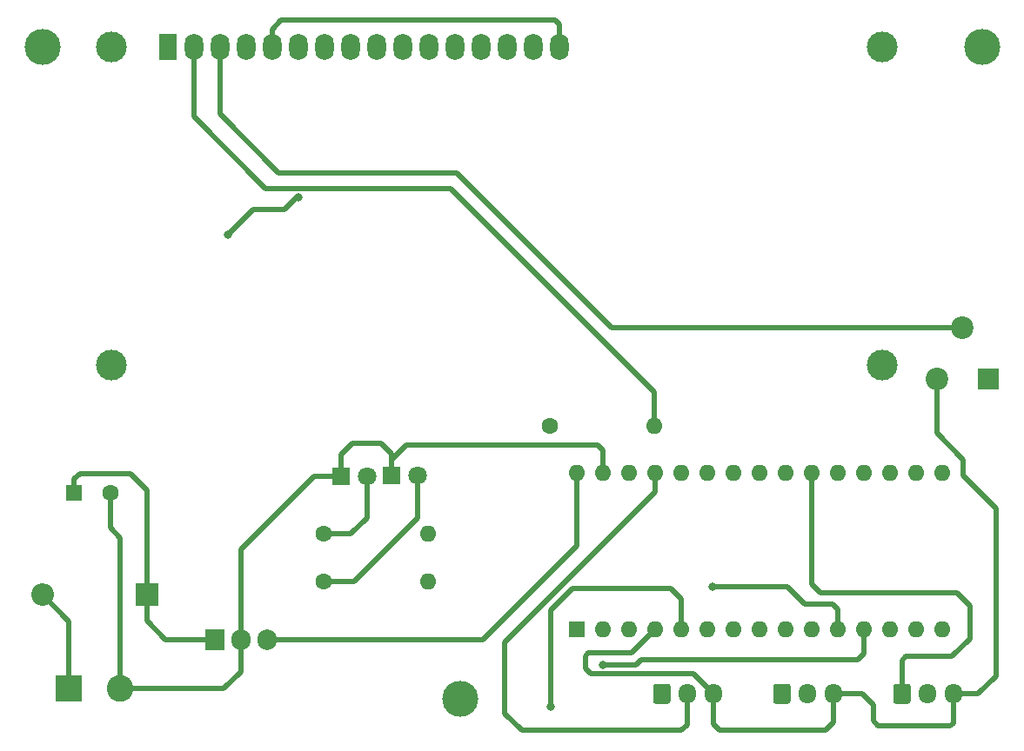
<source format=gbl>
%TF.GenerationSoftware,KiCad,Pcbnew,7.0.5*%
%TF.CreationDate,2023-09-28T12:59:19-05:00*%
%TF.ProjectId,Asocontador_PCB,41736f63-6f6e-4746-9164-6f725f504342,hjestrada*%
%TF.SameCoordinates,Original*%
%TF.FileFunction,Copper,L2,Bot*%
%TF.FilePolarity,Positive*%
%FSLAX46Y46*%
G04 Gerber Fmt 4.6, Leading zero omitted, Abs format (unit mm)*
G04 Created by KiCad (PCBNEW 7.0.5) date 2023-09-28 12:59:19*
%MOMM*%
%LPD*%
G01*
G04 APERTURE LIST*
%TA.AperFunction,ComponentPad*%
%ADD10O,1.800000X2.600000*%
%TD*%
%TA.AperFunction,ComponentPad*%
%ADD11R,1.800000X2.600000*%
%TD*%
%TA.AperFunction,ComponentPad*%
%ADD12C,3.000000*%
%TD*%
%TA.AperFunction,ComponentPad*%
%ADD13R,1.800000X1.800000*%
%TD*%
%TA.AperFunction,ComponentPad*%
%ADD14C,1.800000*%
%TD*%
%TA.AperFunction,ComponentPad*%
%ADD15C,1.600000*%
%TD*%
%TA.AperFunction,ComponentPad*%
%ADD16O,1.600000X1.600000*%
%TD*%
%TA.AperFunction,ComponentPad*%
%ADD17R,1.600000X1.600000*%
%TD*%
%TA.AperFunction,ComponentPad*%
%ADD18O,1.700000X1.950000*%
%TD*%
%TA.AperFunction,ComponentPad*%
%ADD19R,2.200000X2.200000*%
%TD*%
%TA.AperFunction,ComponentPad*%
%ADD20O,2.200000X2.200000*%
%TD*%
%TA.AperFunction,ComponentPad*%
%ADD21R,1.905000X2.000000*%
%TD*%
%TA.AperFunction,ComponentPad*%
%ADD22O,1.905000X2.000000*%
%TD*%
%TA.AperFunction,ComponentPad*%
%ADD23C,3.500000*%
%TD*%
%TA.AperFunction,ComponentPad*%
%ADD24R,2.000000X2.000000*%
%TD*%
%TA.AperFunction,ComponentPad*%
%ADD25C,2.200000*%
%TD*%
%TA.AperFunction,ComponentPad*%
%ADD26R,2.600000X2.600000*%
%TD*%
%TA.AperFunction,ComponentPad*%
%ADD27C,2.600000*%
%TD*%
%TA.AperFunction,ViaPad*%
%ADD28C,0.800000*%
%TD*%
%TA.AperFunction,Conductor*%
%ADD29C,0.500000*%
%TD*%
G04 APERTURE END LIST*
D10*
X146812000Y-45720000D03*
X144272000Y-45720000D03*
X141732000Y-45720000D03*
X139192000Y-45720000D03*
X136652000Y-45720000D03*
X134112000Y-45720000D03*
X131572000Y-45720000D03*
X129032000Y-45720000D03*
X126492000Y-45720000D03*
X123952000Y-45720000D03*
X121412000Y-45720000D03*
X118872000Y-45720000D03*
X116332000Y-45720000D03*
X113792000Y-45720000D03*
X111252000Y-45720000D03*
D11*
X108712000Y-45720000D03*
D12*
X178212000Y-45720000D03*
X178211480Y-76720700D03*
X103212900Y-76720700D03*
X103212900Y-45720000D03*
D13*
X130500000Y-87480000D03*
D14*
X133040000Y-87480000D03*
D15*
X123920000Y-97800000D03*
D16*
X134080000Y-97800000D03*
X134080000Y-93150000D03*
D15*
X123920000Y-93150000D03*
D13*
X125570000Y-87490000D03*
D14*
X128110000Y-87490000D03*
D17*
X99624000Y-89154000D03*
D15*
X103124000Y-89154000D03*
%TA.AperFunction,ComponentPad*%
G36*
G01*
X155948000Y-109437000D02*
X155948000Y-107987000D01*
G75*
G02*
X156198000Y-107737000I250000J0D01*
G01*
X157398000Y-107737000D01*
G75*
G02*
X157648000Y-107987000I0J-250000D01*
G01*
X157648000Y-109437000D01*
G75*
G02*
X157398000Y-109687000I-250000J0D01*
G01*
X156198000Y-109687000D01*
G75*
G02*
X155948000Y-109437000I0J250000D01*
G01*
G37*
%TD.AperFunction*%
D18*
X159298000Y-108712000D03*
X161798000Y-108712000D03*
D19*
X106680000Y-99060000D03*
D20*
X96520000Y-99060000D03*
D21*
X113284000Y-103430000D03*
D22*
X115824000Y-103430000D03*
X118364000Y-103430000D03*
%TA.AperFunction,ComponentPad*%
G36*
G01*
X167632000Y-109437000D02*
X167632000Y-107987000D01*
G75*
G02*
X167882000Y-107737000I250000J0D01*
G01*
X169082000Y-107737000D01*
G75*
G02*
X169332000Y-107987000I0J-250000D01*
G01*
X169332000Y-109437000D01*
G75*
G02*
X169082000Y-109687000I-250000J0D01*
G01*
X167882000Y-109687000D01*
G75*
G02*
X167632000Y-109437000I0J250000D01*
G01*
G37*
%TD.AperFunction*%
D18*
X170982000Y-108712000D03*
X173482000Y-108712000D03*
D23*
X96520000Y-45720000D03*
X137160000Y-109220000D03*
D16*
X148500000Y-87180000D03*
X151040000Y-87180000D03*
X153580000Y-87180000D03*
X156120000Y-87180000D03*
X158660000Y-87180000D03*
X161200000Y-87180000D03*
X163740000Y-87180000D03*
X166280000Y-87180000D03*
X168820000Y-87180000D03*
X171360000Y-87180000D03*
X173900000Y-87180000D03*
X176440000Y-87180000D03*
X178980000Y-87180000D03*
X181520000Y-87180000D03*
X184060000Y-87180000D03*
X184060000Y-102420000D03*
X181520000Y-102420000D03*
X178980000Y-102420000D03*
X176440000Y-102420000D03*
X173900000Y-102420000D03*
X171360000Y-102420000D03*
X168820000Y-102420000D03*
X166280000Y-102420000D03*
X163740000Y-102420000D03*
X161200000Y-102420000D03*
X158660000Y-102420000D03*
X156120000Y-102420000D03*
X153580000Y-102420000D03*
X151040000Y-102420000D03*
D17*
X148500000Y-102420000D03*
%TA.AperFunction,ComponentPad*%
G36*
G01*
X179316000Y-109437000D02*
X179316000Y-107987000D01*
G75*
G02*
X179566000Y-107737000I250000J0D01*
G01*
X180766000Y-107737000D01*
G75*
G02*
X181016000Y-107987000I0J-250000D01*
G01*
X181016000Y-109437000D01*
G75*
G02*
X180766000Y-109687000I-250000J0D01*
G01*
X179566000Y-109687000D01*
G75*
G02*
X179316000Y-109437000I0J250000D01*
G01*
G37*
%TD.AperFunction*%
D18*
X182666000Y-108712000D03*
X185166000Y-108712000D03*
D16*
X156090000Y-82650000D03*
D15*
X145930000Y-82650000D03*
D24*
X188540000Y-78070000D03*
D25*
X186040000Y-73070000D03*
X183540000Y-78070000D03*
D26*
X99100000Y-108204000D03*
D27*
X104100000Y-108204000D03*
D23*
X187960000Y-45720000D03*
D28*
X121412000Y-60329500D03*
X114595565Y-64000000D03*
X146030000Y-109970000D03*
X146030000Y-109970000D03*
X151100000Y-105920000D03*
X161700000Y-98250000D03*
D29*
X120112500Y-61550000D02*
X121372500Y-60290000D01*
X117045565Y-61550000D02*
X120112500Y-61550000D01*
X114595565Y-64000000D02*
X117045565Y-61550000D01*
X150570000Y-84500000D02*
X151040000Y-84970000D01*
X131900000Y-84500000D02*
X150570000Y-84500000D01*
X151040000Y-84970000D02*
X151040000Y-87180000D01*
X130500000Y-85900000D02*
X131900000Y-84500000D01*
X130500000Y-87480000D02*
X130500000Y-85900000D01*
X130500000Y-87480000D02*
X130500000Y-85360000D01*
X175840000Y-105370000D02*
X176440000Y-104770000D01*
X176440000Y-104770000D02*
X176440000Y-102420000D01*
X154820000Y-105370000D02*
X175840000Y-105370000D01*
X154270000Y-105920000D02*
X154820000Y-105370000D01*
X151100000Y-105920000D02*
X154270000Y-105920000D01*
X149890000Y-106770000D02*
X159856000Y-106770000D01*
X149340000Y-105020000D02*
X149340000Y-106220000D01*
X149650000Y-104710000D02*
X149340000Y-105020000D01*
X153830000Y-104710000D02*
X149650000Y-104710000D01*
X149340000Y-106220000D02*
X149890000Y-106770000D01*
X156120000Y-102420000D02*
X153830000Y-104710000D01*
X159856000Y-106770000D02*
X161798000Y-108712000D01*
X121372500Y-60290000D02*
X121350000Y-60290000D01*
X121412000Y-60329500D02*
X121372500Y-60290000D01*
X146030000Y-109970000D02*
X146020000Y-109980000D01*
X146020000Y-100550000D02*
X146030000Y-109970000D01*
X148110000Y-98460000D02*
X146020000Y-100550000D01*
X157680000Y-98460000D02*
X148110000Y-98460000D01*
X158660000Y-99440000D02*
X157680000Y-98460000D01*
X158660000Y-102420000D02*
X158660000Y-99440000D01*
X146850000Y-43500000D02*
X146812000Y-43538000D01*
X146450000Y-43100000D02*
X146850000Y-43500000D01*
X119780000Y-43100000D02*
X146450000Y-43100000D01*
X118872000Y-44008000D02*
X119780000Y-43100000D01*
X146812000Y-43538000D02*
X146812000Y-45720000D01*
X118872000Y-45720000D02*
X118872000Y-44008000D01*
X151940000Y-73070000D02*
X186040000Y-73070000D01*
X113792000Y-52262000D02*
X119490000Y-57960000D01*
X119490000Y-57960000D02*
X136830000Y-57960000D01*
X113792000Y-45720000D02*
X113792000Y-52262000D01*
X136830000Y-57960000D02*
X151940000Y-73070000D01*
X156090000Y-79310000D02*
X156090000Y-82650000D01*
X136260000Y-59480000D02*
X156090000Y-79310000D01*
X118250000Y-59480000D02*
X136260000Y-59480000D01*
X111252000Y-52482000D02*
X118250000Y-59480000D01*
X111252000Y-45720000D02*
X111252000Y-52482000D01*
X173390000Y-99960000D02*
X173900000Y-100470000D01*
X170710000Y-99960000D02*
X173390000Y-99960000D01*
X169000000Y-98250000D02*
X170710000Y-99960000D01*
X161700000Y-98250000D02*
X169000000Y-98250000D01*
X173900000Y-100470000D02*
X173900000Y-102420000D01*
X156120000Y-89030000D02*
X156120000Y-87180000D01*
X141480000Y-103670000D02*
X156120000Y-89030000D01*
X141480000Y-110610000D02*
X141480000Y-103670000D01*
X143160000Y-112290000D02*
X141480000Y-110610000D01*
X158710000Y-112290000D02*
X143160000Y-112290000D01*
X159298000Y-111702000D02*
X158710000Y-112290000D01*
X159298000Y-108712000D02*
X159298000Y-111702000D01*
X185166000Y-111544000D02*
X185166000Y-108712000D01*
X184880000Y-111830000D02*
X185166000Y-111544000D01*
X177840000Y-111830000D02*
X184880000Y-111830000D01*
X177370000Y-109780000D02*
X177370000Y-111360000D01*
X176302000Y-108712000D02*
X177370000Y-109780000D01*
X173482000Y-108712000D02*
X176302000Y-108712000D01*
X177370000Y-111360000D02*
X177840000Y-111830000D01*
X173490000Y-111500000D02*
X173482000Y-111492000D01*
X173482000Y-111492000D02*
X173482000Y-108712000D01*
X172760000Y-112230000D02*
X173490000Y-111500000D01*
X162390000Y-112230000D02*
X172760000Y-112230000D01*
X161798000Y-108712000D02*
X161798000Y-111638000D01*
X161798000Y-111638000D02*
X162390000Y-112230000D01*
X183540000Y-83310000D02*
X183540000Y-78070000D01*
X186130000Y-85900000D02*
X183540000Y-83310000D01*
X189300000Y-90652233D02*
X186130000Y-87482233D01*
X189300000Y-107010000D02*
X189300000Y-90652233D01*
X186130000Y-87482233D02*
X186130000Y-85900000D01*
X185166000Y-108712000D02*
X187598000Y-108712000D01*
X187598000Y-108712000D02*
X189300000Y-107010000D01*
X171360000Y-98040000D02*
X171360000Y-87180000D01*
X172210000Y-98890000D02*
X171360000Y-98040000D01*
X185510000Y-98890000D02*
X172210000Y-98890000D01*
X186770000Y-100150000D02*
X185510000Y-98890000D01*
X186770000Y-103350000D02*
X186770000Y-100150000D01*
X185030000Y-105090000D02*
X186770000Y-103350000D01*
X180166000Y-105494000D02*
X180570000Y-105090000D01*
X180570000Y-105090000D02*
X185030000Y-105090000D01*
X180166000Y-108712000D02*
X180166000Y-105494000D01*
X115824000Y-94616000D02*
X122950000Y-87490000D01*
X115824000Y-103430000D02*
X115824000Y-94616000D01*
X122950000Y-87490000D02*
X125570000Y-87490000D01*
X148500000Y-94290000D02*
X148500000Y-87180000D01*
X148510000Y-94300000D02*
X148500000Y-94290000D01*
X139380000Y-103430000D02*
X148510000Y-94300000D01*
X118364000Y-103430000D02*
X139380000Y-103430000D01*
X129440000Y-84300000D02*
X130500000Y-85360000D01*
X126680000Y-84300000D02*
X129440000Y-84300000D01*
X125570000Y-85410000D02*
X126680000Y-84300000D01*
X125570000Y-87490000D02*
X125570000Y-85410000D01*
X133040000Y-91630000D02*
X133040000Y-87480000D01*
X126870000Y-97800000D02*
X133040000Y-91630000D01*
X123920000Y-97800000D02*
X126870000Y-97800000D01*
X128120000Y-91550000D02*
X128110000Y-91540000D01*
X126520000Y-93150000D02*
X128120000Y-91550000D01*
X128110000Y-91540000D02*
X128110000Y-87490000D01*
X123920000Y-93150000D02*
X126520000Y-93150000D01*
X115824000Y-106576000D02*
X115824000Y-103430000D01*
X114196000Y-108204000D02*
X115824000Y-106576000D01*
X104100000Y-108204000D02*
X114196000Y-108204000D01*
X103124000Y-92544000D02*
X103124000Y-89154000D01*
X104100000Y-93520000D02*
X103124000Y-92544000D01*
X104100000Y-108204000D02*
X104100000Y-93520000D01*
X100150000Y-87290000D02*
X105070000Y-87290000D01*
X99624000Y-87816000D02*
X100150000Y-87290000D01*
X105070000Y-87290000D02*
X106680000Y-88900000D01*
X106680000Y-88900000D02*
X106680000Y-99060000D01*
X99624000Y-89154000D02*
X99624000Y-87816000D01*
X108510000Y-103430000D02*
X113284000Y-103430000D01*
X106680000Y-99060000D02*
X106680000Y-101600000D01*
X106680000Y-101600000D02*
X108510000Y-103430000D01*
X99100000Y-108204000D02*
X99100000Y-101640000D01*
X99100000Y-101640000D02*
X96520000Y-99060000D01*
M02*

</source>
